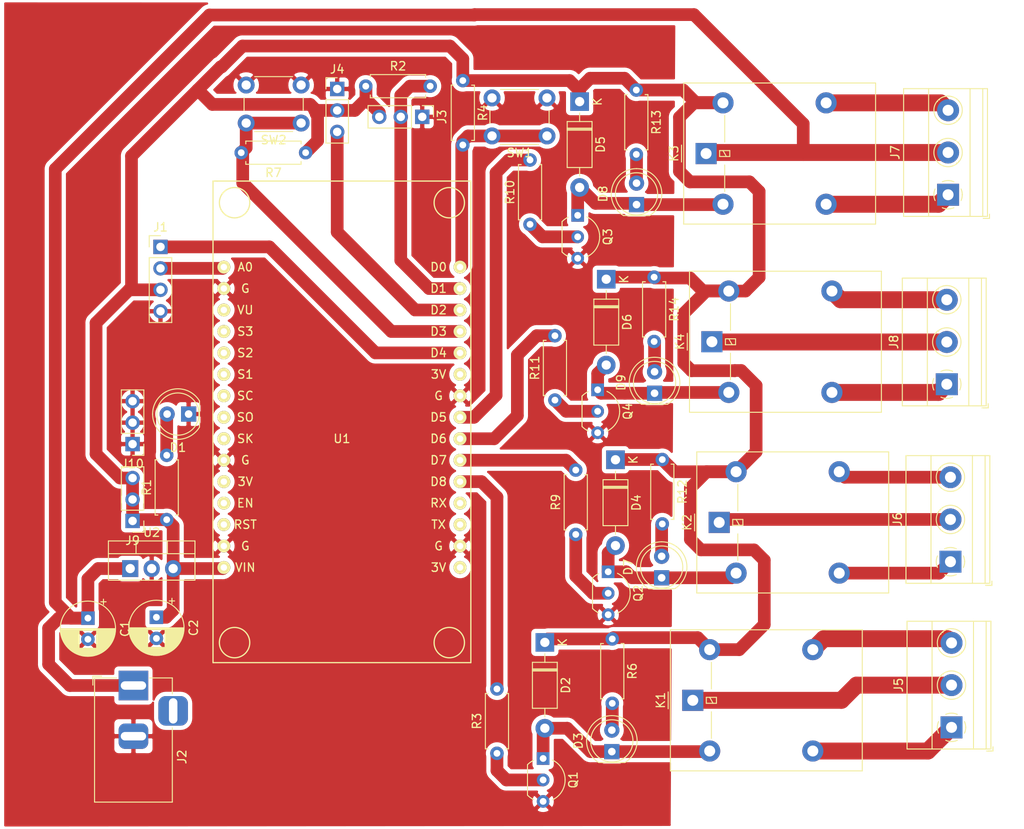
<source format=kicad_pcb>
(kicad_pcb (version 20171130) (host pcbnew "(5.1.12)-1")
  (layers (0 F.Cu signal) (31 B.Cu signal) (34 B.Paste user) (35 F.Paste user) (36 B.SilkS user) (37 F.SilkS user) (38 B.Mask user) (39 F.Mask user) (44 Edge.Cuts user))
  (net 0 "")
  (net 1 "Net-(D2-Pad2)")
  (net 2 VCC)
  (net 3 "Net-(D4-Pad2)")
  (net 4 "Net-(D5-Pad2)")
  (net 5 "Net-(D6-Pad2)")
  (net 6 GND)
  (net 7 m_analog)
  (net 8 M_data)
  (net 9 "Net-(J5-Pad3)")
  (net 10 "Net-(J5-Pad1)")
  (net 11 "Net-(J5-Pad2)")
  (net 12 "Net-(J6-Pad3)")
  (net 13 "Net-(J6-Pad1)")
  (net 14 "Net-(J6-Pad2)")
  (net 15 "Net-(J7-Pad3)")
  (net 16 "Net-(J7-Pad1)")
  (net 17 "Net-(J8-Pad3)")
  (net 18 "Net-(J8-Pad1)")
  (net 19 "Net-(J8-Pad2)")
  (net 20 "Net-(Q1-Pad2)")
  (net 21 "Net-(Q2-Pad2)")
  (net 22 "Net-(Q3-Pad2)")
  (net 23 "Net-(Q4-Pad2)")
  (net 24 S1)
  (net 25 "Net-(J3-Pad2)")
  (net 26 "Net-(J4-Pad3)")
  (net 27 S2)
  (net 28 "Net-(U1-Pad25)")
  (net 29 relay1)
  (net 30 relay2)
  (net 31 relay3)
  (net 32 relay4)
  (net 33 S3)
  (net 34 S4)
  (net 35 "Net-(U1-Pad16)")
  (net 36 "Net-(U1-Pad13)")
  (net 37 "Net-(U1-Pad12)")
  (net 38 +3V3)
  (net 39 "Net-(U1-Pad9)")
  (net 40 "Net-(U1-Pad8)")
  (net 41 "Net-(U1-Pad7)")
  (net 42 "Net-(U1-Pad6)")
  (net 43 "Net-(U1-Pad5)")
  (net 44 "Net-(U1-Pad4)")
  (net 45 "Net-(U1-Pad3)")
  (net 46 "Net-(D1-Pad2)")
  (net 47 "Net-(D3-Pad2)")
  (net 48 "Net-(D7-Pad2)")
  (net 49 "Net-(D8-Pad2)")
  (net 50 "Net-(D9-Pad2)")
  (net 51 +12V)
  (module Relay_THT:Relay_SPDT_Omron-G5LE-1 (layer F.Cu) (at 131.8768 102.8192 90)
    (fp_text reference K1 (at 0 -3.8 90) (layer F.SilkS))
    (fp_text value G5LE-1)
    (pad 5 thru_hole oval (at 6 2 90) (size 2.5 2.5) (drill 1.3) (layers *.Cu *.Mask) (net 2 VCC))
    (pad 4 thru_hole oval (at 6 14.2 90) (size 2.5 2.5) (drill 1.3) (layers *.Cu *.Mask) (net 9 "Net-(J5-Pad3)"))
    (pad 3 thru_hole oval (at -6 14.2 90) (size 2.5 2.5) (drill 1.3) (layers *.Cu *.Mask) (net 10 "Net-(J5-Pad1)"))
    (pad 2 thru_hole oval (at -6 2 90) (size 2.5 2.5) (drill 1.3) (layers *.Cu *.Mask) (net 1 "Net-(D2-Pad2)"))
    (pad 1 thru_hole rect (at 0 0 90) (size 2.5 2.5) (drill 1.3) (layers *.Cu *.Mask) (net 11 "Net-(J5-Pad2)"))
  )
  (module Resistor_THT:R_Axial_DIN0207_L6.3mm_D2.5mm_P7.62mm_Horizontal (layer F.Cu) (at 104.6734 29.464 270)
    (fp_text reference R4 (at 3.81 -2.37 90) (layer F.SilkS))
    (fp_text value R_Small)
    (pad 2 thru_hole oval (at 7.62 0 270) (size 1.6 1.6) (drill 0.8) (layers *.Cu *.Mask) (net 24 S1))
    (pad 1 thru_hole circle (at 0 0 270) (size 1.6 1.6) (drill 0.8) (layers *.Cu *.Mask) (net 2 VCC))
  )
  (module Button_Switch_THT:SW_PUSH_6mm (layer F.Cu) (at 114.6302 36.0172 180)
    (fp_text reference SW1 (at 3.25 -2) (layer F.SilkS))
    (fp_text value SW_Push)
    (pad 1 thru_hole circle (at 6.5 0 270) (size 2 2) (drill 1.1) (layers *.Cu *.Mask) (net 24 S1))
    (pad 2 thru_hole circle (at 6.5 4.5 270) (size 2 2) (drill 1.1) (layers *.Cu *.Mask) (net 6 GND))
    (pad 1 thru_hole circle (at 0 0 270) (size 2 2) (drill 1.1) (layers *.Cu *.Mask) (net 24 S1))
    (pad 2 thru_hole circle (at 0 4.5 270) (size 2 2) (drill 1.1) (layers *.Cu *.Mask) (net 6 GND))
  )
  (module Button_Switch_THT:SW_PUSH_6mm (layer F.Cu) (at 85.5472 34.4932 180)
    (fp_text reference SW2 (at 3.25 -2) (layer F.SilkS))
    (fp_text value SW_Push)
    (pad 1 thru_hole circle (at 6.5 0 270) (size 2 2) (drill 1.1) (layers *.Cu *.Mask) (net 27 S2))
    (pad 2 thru_hole circle (at 6.5 4.5 270) (size 2 2) (drill 1.1) (layers *.Cu *.Mask) (net 6 GND))
    (pad 1 thru_hole circle (at 0 0 270) (size 2 2) (drill 1.1) (layers *.Cu *.Mask) (net 27 S2))
    (pad 2 thru_hole circle (at 0 4.5 270) (size 2 2) (drill 1.1) (layers *.Cu *.Mask) (net 6 GND))
  )
  (module Resistor_THT:R_Axial_DIN0207_L6.3mm_D2.5mm_P7.62mm_Horizontal (layer F.Cu) (at 86.0806 37.9984 180)
    (fp_text reference R7 (at 3.81 -2.37) (layer F.SilkS))
    (fp_text value R_Small)
    (pad 2 thru_hole oval (at 7.62 0 180) (size 1.6 1.6) (drill 0.8) (layers *.Cu *.Mask) (net 27 S2))
    (pad 1 thru_hole circle (at 0 0 180) (size 1.6 1.6) (drill 0.8) (layers *.Cu *.Mask) (net 2 VCC))
  )
  (module ESP8266:NodeMCU-LoLinV3 (layer F.Cu) (at 90.3732 71.8566)
    (fp_text reference U1 (at 0 0) (layer F.SilkS))
    (fp_text value "NodeMCU_1.0_(ESP-12E)")
    (fp_text user D0 (at 11.43 -20.32) (layer F.SilkS))
    (fp_text user D1 (at 11.43 -17.78) (layer F.SilkS))
    (fp_text user D2 (at 11.43 -15.24) (layer F.SilkS))
    (fp_text user D3 (at 11.43 -12.7) (layer F.SilkS))
    (fp_text user D4 (at 11.43 -10.16) (layer F.SilkS))
    (fp_text user 3V (at 11.43 -7.62) (layer F.SilkS))
    (fp_text user G (at 11.43 -5.08) (layer F.SilkS))
    (fp_text user D5 (at 11.43 -2.54) (layer F.SilkS))
    (fp_text user D6 (at 11.43 0) (layer F.SilkS))
    (fp_text user D7 (at 11.43 2.54) (layer F.SilkS))
    (fp_text user D8 (at 11.43 5.08) (layer F.SilkS))
    (fp_text user RX (at 11.43 7.62) (layer F.SilkS))
    (fp_text user TX (at 11.43 10.16) (layer F.SilkS))
    (fp_text user G (at 11.43 12.7) (layer F.SilkS))
    (fp_text user 3V (at 11.43 15.24) (layer F.SilkS))
    (fp_text user A0 (at -11.43 -20.32) (layer F.SilkS))
    (fp_text user G (at -11.43 -17.78) (layer F.SilkS))
    (fp_text user VU (at -11.43 -15.24) (layer F.SilkS))
    (fp_text user S3 (at -11.43 -12.7) (layer F.SilkS))
    (fp_text user S2 (at -11.43 -10.16) (layer F.SilkS))
    (fp_text user S1 (at -11.43 -7.62) (layer F.SilkS))
    (fp_text user SC (at -11.43 -5.08) (layer F.SilkS))
    (fp_text user SO (at -11.43 -2.54) (layer F.SilkS))
    (fp_text user SK (at -11.43 0) (layer F.SilkS))
    (fp_text user G (at -11.43 2.54) (layer F.SilkS))
    (fp_text user 3V (at -11.43 5.08) (layer F.SilkS))
    (fp_text user EN (at -11.43 7.62) (layer F.SilkS))
    (fp_text user RST (at -11.43 10.16) (layer F.SilkS))
    (fp_text user G (at -11.43 12.7) (layer F.SilkS))
    (fp_text user VIN (at -11.43 15.24) (layer F.SilkS))
    (pad 30 thru_hole circle (at 13.97 -20.32) (size 1.524 1.524) (drill 0.762) (layers *.Cu *.Mask F.SilkS) (net 24 S1))
    (pad 29 thru_hole circle (at 13.97 -17.78) (size 1.524 1.524) (drill 0.762) (layers *.Cu *.Mask F.SilkS) (net 25 "Net-(J3-Pad2)"))
    (pad 28 thru_hole circle (at 13.97 -15.24) (size 1.524 1.524) (drill 0.762) (layers *.Cu *.Mask F.SilkS) (net 26 "Net-(J4-Pad3)"))
    (pad 27 thru_hole circle (at 13.97 -12.7) (size 1.524 1.524) (drill 0.762) (layers *.Cu *.Mask F.SilkS) (net 27 S2))
    (pad 26 thru_hole circle (at 13.97 -10.16) (size 1.524 1.524) (drill 0.762) (layers *.Cu *.Mask F.SilkS) (net 8 M_data))
    (pad 25 thru_hole circle (at 13.97 -7.62) (size 1.524 1.524) (drill 0.762) (layers *.Cu *.Mask F.SilkS) (net 28 "Net-(U1-Pad25)"))
    (pad 24 thru_hole circle (at 13.97 -5.08) (size 1.524 1.524) (drill 0.762) (layers *.Cu *.Mask F.SilkS) (net 6 GND))
    (pad 23 thru_hole circle (at 13.97 -2.54) (size 1.524 1.524) (drill 0.762) (layers *.Cu *.Mask F.SilkS) (net 29 relay1))
    (pad 22 thru_hole circle (at 13.97 0) (size 1.524 1.524) (drill 0.762) (layers *.Cu *.Mask F.SilkS) (net 30 relay2))
    (pad 21 thru_hole circle (at 13.97 2.54) (size 1.524 1.524) (drill 0.762) (layers *.Cu *.Mask F.SilkS) (net 31 relay3))
    (pad 20 thru_hole circle (at 13.97 5.08) (size 1.524 1.524) (drill 0.762) (layers *.Cu *.Mask F.SilkS) (net 32 relay4))
    (pad 19 thru_hole circle (at 13.97 7.62) (size 1.524 1.524) (drill 0.762) (layers *.Cu *.Mask F.SilkS) (net 33 S3))
    (pad 18 thru_hole circle (at 13.97 10.16) (size 1.524 1.524) (drill 0.762) (layers *.Cu *.Mask F.SilkS) (net 34 S4))
    (pad 17 thru_hole circle (at 13.97 12.7) (size 1.524 1.524) (drill 0.762) (layers *.Cu *.Mask F.SilkS) (net 6 GND))
    (pad 16 thru_hole circle (at 13.97 15.24) (size 1.524 1.524) (drill 0.762) (layers *.Cu *.Mask F.SilkS) (net 35 "Net-(U1-Pad16)"))
    (pad 15 thru_hole circle (at -13.97 15.24) (size 1.524 1.524) (drill 0.762) (layers *.Cu *.Mask F.SilkS) (net 2 VCC))
    (pad 14 thru_hole circle (at -13.97 12.7) (size 1.524 1.524) (drill 0.762) (layers *.Cu *.Mask F.SilkS) (net 6 GND))
    (pad 13 thru_hole circle (at -13.97 10.16) (size 1.524 1.524) (drill 0.762) (layers *.Cu *.Mask F.SilkS) (net 36 "Net-(U1-Pad13)"))
    (pad 12 thru_hole circle (at -13.97 7.62) (size 1.524 1.524) (drill 0.762) (layers *.Cu *.Mask F.SilkS) (net 37 "Net-(U1-Pad12)"))
    (pad 11 thru_hole circle (at -13.97 5.08) (size 1.524 1.524) (drill 0.762) (layers *.Cu *.Mask F.SilkS) (net 38 +3V3))
    (pad 10 thru_hole circle (at -13.97 2.54) (size 1.524 1.524) (drill 0.762) (layers *.Cu *.Mask F.SilkS) (net 6 GND))
    (pad 9 thru_hole circle (at -13.97 0) (size 1.524 1.524) (drill 0.762) (layers *.Cu *.Mask F.SilkS) (net 39 "Net-(U1-Pad9)"))
    (pad 8 thru_hole circle (at -13.97 -2.54) (size 1.524 1.524) (drill 0.762) (layers *.Cu *.Mask F.SilkS) (net 40 "Net-(U1-Pad8)"))
    (pad 7 thru_hole circle (at -13.97 -5.08) (size 1.524 1.524) (drill 0.762) (layers *.Cu *.Mask F.SilkS) (net 41 "Net-(U1-Pad7)"))
    (pad 6 thru_hole circle (at -13.97 -7.62) (size 1.524 1.524) (drill 0.762) (layers *.Cu *.Mask F.SilkS) (net 42 "Net-(U1-Pad6)"))
    (pad 5 thru_hole circle (at -13.97 -10.16) (size 1.524 1.524) (drill 0.762) (layers *.Cu *.Mask F.SilkS) (net 43 "Net-(U1-Pad5)"))
    (pad 4 thru_hole circle (at -13.97 -12.7) (size 1.524 1.524) (drill 0.762) (layers *.Cu *.Mask F.SilkS) (net 44 "Net-(U1-Pad4)"))
    (pad 3 thru_hole circle (at -13.97 -15.24) (size 1.524 1.524) (drill 0.762) (layers *.Cu *.Mask F.SilkS) (net 45 "Net-(U1-Pad3)"))
    (pad 2 thru_hole circle (at -13.97 -17.78) (size 1.524 1.524) (drill 0.762) (layers *.Cu *.Mask F.SilkS) (net 6 GND))
    (pad 1 thru_hole circle (at -13.97 -20.32) (size 1.524 1.524) (drill 0.762) (layers *.Cu *.Mask F.SilkS) (net 7 m_analog))
  )
  (module Package_TO_SOT_THT:TO-92_Inline_Wide (layer F.Cu) (at 120.6246 66.0654 270)
    (fp_text reference Q4 (at 2.54 -3.56 90) (layer F.SilkS))
    (fp_text value BC547)
    (pad 1 thru_hole rect (at 0 0 270) (size 1.5 1.5) (drill 0.8) (layers *.Cu *.Mask) (net 5 "Net-(D6-Pad2)"))
    (pad 3 thru_hole circle (at 5.08 0 270) (size 1.5 1.5) (drill 0.8) (layers *.Cu *.Mask) (net 6 GND))
    (pad 2 thru_hole circle (at 2.54 0 270) (size 1.5 1.5) (drill 0.8) (layers *.Cu *.Mask) (net 23 "Net-(Q4-Pad2)"))
  )
  (module Package_TO_SOT_THT:TO-92_Inline_Wide (layer F.Cu) (at 118.2624 45.4152 270)
    (fp_text reference Q3 (at 2.54 -3.56 90) (layer F.SilkS))
    (fp_text value BC547)
    (pad 1 thru_hole rect (at 0 0 270) (size 1.5 1.5) (drill 0.8) (layers *.Cu *.Mask) (net 4 "Net-(D5-Pad2)"))
    (pad 3 thru_hole circle (at 5.08 0 270) (size 1.5 1.5) (drill 0.8) (layers *.Cu *.Mask) (net 6 GND))
    (pad 2 thru_hole circle (at 2.54 0 270) (size 1.5 1.5) (drill 0.8) (layers *.Cu *.Mask) (net 22 "Net-(Q3-Pad2)"))
  )
  (module Package_TO_SOT_THT:TO-92_Inline_Wide (layer F.Cu) (at 121.8692 87.6046 270)
    (fp_text reference Q2 (at 2.54 -3.56 90) (layer F.SilkS))
    (fp_text value BC547)
    (pad 1 thru_hole rect (at 0 0 270) (size 1.5 1.5) (drill 0.8) (layers *.Cu *.Mask) (net 3 "Net-(D4-Pad2)"))
    (pad 3 thru_hole circle (at 5.08 0 270) (size 1.5 1.5) (drill 0.8) (layers *.Cu *.Mask) (net 6 GND))
    (pad 2 thru_hole circle (at 2.54 0 270) (size 1.5 1.5) (drill 0.8) (layers *.Cu *.Mask) (net 21 "Net-(Q2-Pad2)"))
  )
  (module Package_TO_SOT_THT:TO-92_Inline_Wide (layer F.Cu) (at 114.173 109.7026 270)
    (fp_text reference Q1 (at 2.54 -3.56 90) (layer F.SilkS))
    (fp_text value BC547)
    (pad 1 thru_hole rect (at 0 0 270) (size 1.5 1.5) (drill 0.8) (layers *.Cu *.Mask) (net 1 "Net-(D2-Pad2)"))
    (pad 3 thru_hole circle (at 5.08 0 270) (size 1.5 1.5) (drill 0.8) (layers *.Cu *.Mask) (net 6 GND))
    (pad 2 thru_hole circle (at 2.54 0 270) (size 1.5 1.5) (drill 0.8) (layers *.Cu *.Mask) (net 20 "Net-(Q1-Pad2)"))
  )
  (module Package_TO_SOT_THT:TO-220-3_Vertical (layer F.Cu) (at 65.3288 87.2236)
    (fp_text reference U2 (at 2.54 -4.27) (layer F.SilkS))
    (fp_text value L7805)
    (pad 3 thru_hole oval (at 5.08 0) (size 1.905 2) (drill 1.1) (layers *.Cu *.Mask) (net 2 VCC))
    (pad 2 thru_hole oval (at 2.54 0) (size 1.905 2) (drill 1.1) (layers *.Cu *.Mask) (net 6 GND))
    (pad 1 thru_hole rect (at 0 0) (size 1.905 2) (drill 1.1) (layers *.Cu *.Mask) (net 51 +12V))
  )
  (module Resistor_THT:R_Axial_DIN0207_L6.3mm_D2.5mm_P7.62mm_Horizontal (layer F.Cu) (at 127.3048 52.7304 270)
    (fp_text reference R14 (at 3.81 -2.37 90) (layer F.SilkS))
    (fp_text value R_Small)
    (pad 2 thru_hole oval (at 7.62 0 270) (size 1.6 1.6) (drill 0.8) (layers *.Cu *.Mask) (net 50 "Net-(D9-Pad2)"))
    (pad 1 thru_hole circle (at 0 0 270) (size 1.6 1.6) (drill 0.8) (layers *.Cu *.Mask) (net 2 VCC))
  )
  (module Resistor_THT:R_Axial_DIN0207_L6.3mm_D2.5mm_P7.62mm_Horizontal (layer F.Cu) (at 125.1966 30.5816 270)
    (fp_text reference R13 (at 3.81 -2.37 90) (layer F.SilkS))
    (fp_text value R_Small)
    (pad 2 thru_hole oval (at 7.62 0 270) (size 1.6 1.6) (drill 0.8) (layers *.Cu *.Mask) (net 49 "Net-(D8-Pad2)"))
    (pad 1 thru_hole circle (at 0 0 270) (size 1.6 1.6) (drill 0.8) (layers *.Cu *.Mask) (net 2 VCC))
  )
  (module Resistor_THT:R_Axial_DIN0207_L6.3mm_D2.5mm_P7.62mm_Horizontal (layer F.Cu) (at 128.27 74.3204 270)
    (fp_text reference R12 (at 3.81 -2.37 90) (layer F.SilkS))
    (fp_text value R_Small)
    (pad 2 thru_hole oval (at 7.62 0 270) (size 1.6 1.6) (drill 0.8) (layers *.Cu *.Mask) (net 48 "Net-(D7-Pad2)"))
    (pad 1 thru_hole circle (at 0 0 270) (size 1.6 1.6) (drill 0.8) (layers *.Cu *.Mask) (net 2 VCC))
  )
  (module Resistor_THT:R_Axial_DIN0207_L6.3mm_D2.5mm_P7.62mm_Horizontal (layer F.Cu) (at 115.57 67.2846 90)
    (fp_text reference R11 (at 3.81 -2.37 90) (layer F.SilkS))
    (fp_text value R_Small)
    (pad 2 thru_hole oval (at 7.62 0 90) (size 1.6 1.6) (drill 0.8) (layers *.Cu *.Mask) (net 30 relay2))
    (pad 1 thru_hole circle (at 0 0 90) (size 1.6 1.6) (drill 0.8) (layers *.Cu *.Mask) (net 23 "Net-(Q4-Pad2)"))
  )
  (module Resistor_THT:R_Axial_DIN0207_L6.3mm_D2.5mm_P7.62mm_Horizontal (layer F.Cu) (at 112.6236 46.482 90)
    (fp_text reference R10 (at 3.81 -2.37 90) (layer F.SilkS))
    (fp_text value R_Small)
    (pad 2 thru_hole oval (at 7.62 0 90) (size 1.6 1.6) (drill 0.8) (layers *.Cu *.Mask) (net 29 relay1))
    (pad 1 thru_hole circle (at 0 0 90) (size 1.6 1.6) (drill 0.8) (layers *.Cu *.Mask) (net 22 "Net-(Q3-Pad2)"))
  )
  (module Resistor_THT:R_Axial_DIN0207_L6.3mm_D2.5mm_P7.62mm_Horizontal (layer F.Cu) (at 118.0338 83.185 90)
    (fp_text reference R9 (at 3.81 -2.37 90) (layer F.SilkS))
    (fp_text value R_Small)
    (pad 2 thru_hole oval (at 7.62 0 90) (size 1.6 1.6) (drill 0.8) (layers *.Cu *.Mask) (net 31 relay3))
    (pad 1 thru_hole circle (at 0 0 90) (size 1.6 1.6) (drill 0.8) (layers *.Cu *.Mask) (net 21 "Net-(Q2-Pad2)"))
  )
  (module Resistor_THT:R_Axial_DIN0207_L6.3mm_D2.5mm_P7.62mm_Horizontal (layer F.Cu) (at 122.3518 95.5548 270)
    (fp_text reference R6 (at 3.81 -2.37 90) (layer F.SilkS))
    (fp_text value R_Small)
    (pad 2 thru_hole oval (at 7.62 0 270) (size 1.6 1.6) (drill 0.8) (layers *.Cu *.Mask) (net 47 "Net-(D3-Pad2)"))
    (pad 1 thru_hole circle (at 0 0 270) (size 1.6 1.6) (drill 0.8) (layers *.Cu *.Mask) (net 2 VCC))
  )
  (module Resistor_THT:R_Axial_DIN0207_L6.3mm_D2.5mm_P7.62mm_Horizontal (layer F.Cu) (at 108.712 109.093 90)
    (fp_text reference R3 (at 3.81 -2.37 90) (layer F.SilkS))
    (fp_text value R_Small)
    (pad 2 thru_hole oval (at 7.62 0 90) (size 1.6 1.6) (drill 0.8) (layers *.Cu *.Mask) (net 32 relay4))
    (pad 1 thru_hole circle (at 0 0 90) (size 1.6 1.6) (drill 0.8) (layers *.Cu *.Mask) (net 20 "Net-(Q1-Pad2)"))
  )
  (module Resistor_THT:R_Axial_DIN0207_L6.3mm_D2.5mm_P7.62mm_Horizontal (layer F.Cu) (at 93.1926 30.1244)
    (fp_text reference R2 (at 3.81 -2.37) (layer F.SilkS))
    (fp_text value R_Small)
    (pad 2 thru_hole oval (at 7.62 0) (size 1.6 1.6) (drill 0.8) (layers *.Cu *.Mask) (net 25 "Net-(J3-Pad2)"))
    (pad 1 thru_hole circle (at 0 0) (size 1.6 1.6) (drill 0.8) (layers *.Cu *.Mask) (net 2 VCC))
  )
  (module Resistor_THT:R_Axial_DIN0207_L6.3mm_D2.5mm_P7.62mm_Horizontal (layer F.Cu) (at 69.6468 81.4324 90)
    (fp_text reference R1 (at 3.81 -2.37 90) (layer F.SilkS))
    (fp_text value R_Small)
    (pad 2 thru_hole oval (at 7.62 0 90) (size 1.6 1.6) (drill 0.8) (layers *.Cu *.Mask) (net 46 "Net-(D1-Pad2)"))
    (pad 1 thru_hole circle (at 0 0 90) (size 1.6 1.6) (drill 0.8) (layers *.Cu *.Mask) (net 2 VCC))
  )
  (module Connector_PinHeader_2.54mm:PinHeader_1x03_P2.54mm_Vertical (layer F.Cu) (at 65.6082 72.4916 180)
    (fp_text reference J10 (at 0 -2.33) (layer F.SilkS))
    (fp_text value GROUND_CONN)
    (pad 3 thru_hole oval (at 0 5.08 180) (size 1.7 1.7) (drill 1) (layers *.Cu *.Mask) (net 6 GND))
    (pad 2 thru_hole oval (at 0 2.54 180) (size 1.7 1.7) (drill 1) (layers *.Cu *.Mask) (net 6 GND))
    (pad 1 thru_hole rect (at 0 0 180) (size 1.7 1.7) (drill 1) (layers *.Cu *.Mask) (net 6 GND))
  )
  (module Connector_PinHeader_2.54mm:PinHeader_1x03_P2.54mm_Vertical (layer F.Cu) (at 65.6082 81.5848 180)
    (fp_text reference J9 (at 0 -2.33) (layer F.SilkS))
    (fp_text value power_supply)
    (pad 3 thru_hole oval (at 0 5.08 180) (size 1.7 1.7) (drill 1) (layers *.Cu *.Mask) (net 2 VCC))
    (pad 2 thru_hole oval (at 0 2.54 180) (size 1.7 1.7) (drill 1) (layers *.Cu *.Mask) (net 2 VCC))
    (pad 1 thru_hole rect (at 0 0 180) (size 1.7 1.7) (drill 1) (layers *.Cu *.Mask) (net 2 VCC))
  )
  (module TerminalBlock_Phoenix:TerminalBlock_Phoenix_MKDS-1,5-3_1x03_P5.00mm_Horizontal (layer F.Cu) (at 161.925 65.405 90)
    (fp_text reference J8 (at 5 -6.26 90) (layer F.SilkS))
    (fp_text value Relay2_conn)
    (pad 3 thru_hole circle (at 10 0 90) (size 2.6 2.6) (drill 1.3) (layers *.Cu *.Mask) (net 17 "Net-(J8-Pad3)"))
    (pad 2 thru_hole circle (at 5 0 90) (size 2.6 2.6) (drill 1.3) (layers *.Cu *.Mask) (net 19 "Net-(J8-Pad2)"))
    (pad 1 thru_hole rect (at 0 0 90) (size 2.6 2.6) (drill 1.3) (layers *.Cu *.Mask) (net 18 "Net-(J8-Pad1)"))
  )
  (module TerminalBlock_Phoenix:TerminalBlock_Phoenix_MKDS-1,5-3_1x03_P5.00mm_Horizontal (layer F.Cu) (at 162.0774 42.9768 90)
    (fp_text reference J7 (at 5 -6.26 90) (layer F.SilkS))
    (fp_text value Mositure_conn)
    (pad 3 thru_hole circle (at 10 0 90) (size 2.6 2.6) (drill 1.3) (layers *.Cu *.Mask) (net 15 "Net-(J7-Pad3)"))
    (pad 2 thru_hole circle (at 5 0 90) (size 2.6 2.6) (drill 1.3) (layers *.Cu *.Mask) (net 51 +12V))
    (pad 1 thru_hole rect (at 0 0 90) (size 2.6 2.6) (drill 1.3) (layers *.Cu *.Mask) (net 16 "Net-(J7-Pad1)"))
  )
  (module TerminalBlock_Phoenix:TerminalBlock_Phoenix_MKDS-1,5-3_1x03_P5.00mm_Horizontal (layer F.Cu) (at 162.3568 86.4108 90)
    (fp_text reference J6 (at 5 -6.26 90) (layer F.SilkS))
    (fp_text value Relay3_conn)
    (pad 3 thru_hole circle (at 10 0 90) (size 2.6 2.6) (drill 1.3) (layers *.Cu *.Mask) (net 12 "Net-(J6-Pad3)"))
    (pad 2 thru_hole circle (at 5 0 90) (size 2.6 2.6) (drill 1.3) (layers *.Cu *.Mask) (net 14 "Net-(J6-Pad2)"))
    (pad 1 thru_hole rect (at 0 0 90) (size 2.6 2.6) (drill 1.3) (layers *.Cu *.Mask) (net 13 "Net-(J6-Pad1)"))
  )
  (module TerminalBlock_Phoenix:TerminalBlock_Phoenix_MKDS-1,5-3_1x03_P5.00mm_Horizontal (layer F.Cu) (at 162.4838 106.0196 90)
    (fp_text reference J5 (at 5 -6.26 90) (layer F.SilkS))
    (fp_text value Relay2_conn)
    (pad 3 thru_hole circle (at 10 0 90) (size 2.6 2.6) (drill 1.3) (layers *.Cu *.Mask) (net 9 "Net-(J5-Pad3)"))
    (pad 2 thru_hole circle (at 5 0 90) (size 2.6 2.6) (drill 1.3) (layers *.Cu *.Mask) (net 11 "Net-(J5-Pad2)"))
    (pad 1 thru_hole rect (at 0 0 90) (size 2.6 2.6) (drill 1.3) (layers *.Cu *.Mask) (net 10 "Net-(J5-Pad1)"))
  )
  (module Connector_PinHeader_2.54mm:PinHeader_1x03_P2.54mm_Vertical (layer F.Cu) (at 89.8144 30.4546)
    (fp_text reference J4 (at 0 -2.33) (layer F.SilkS))
    (fp_text value ldr)
    (pad 3 thru_hole oval (at 0 5.08) (size 1.7 1.7) (drill 1) (layers *.Cu *.Mask) (net 26 "Net-(J4-Pad3)"))
    (pad 2 thru_hole oval (at 0 2.54) (size 1.7 1.7) (drill 1) (layers *.Cu *.Mask) (net 2 VCC))
    (pad 1 thru_hole rect (at 0 0) (size 1.7 1.7) (drill 1) (layers *.Cu *.Mask) (net 6 GND))
  )
  (module Connector_PinHeader_2.54mm:PinHeader_1x03_P2.54mm_Vertical (layer F.Cu) (at 99.8728 33.7566 270)
    (fp_text reference J3 (at 0 -2.33 90) (layer F.SilkS))
    (fp_text value TEMP_SENSOR)
    (pad 3 thru_hole oval (at 0 5.08 270) (size 1.7 1.7) (drill 1) (layers *.Cu *.Mask) (net 2 VCC))
    (pad 2 thru_hole oval (at 0 2.54 270) (size 1.7 1.7) (drill 1) (layers *.Cu *.Mask) (net 25 "Net-(J3-Pad2)"))
    (pad 1 thru_hole rect (at 0 0 270) (size 1.7 1.7) (drill 1) (layers *.Cu *.Mask) (net 6 GND))
  )
  (module Connector_BarrelJack:BarrelJack_Horizontal (layer F.Cu) (at 65.7098 101.0666 90)
    (fp_text reference J2 (at -8.45 5.75 90) (layer F.SilkS))
    (fp_text value Barrel_Jack)
    (pad 1 thru_hole rect (at 0 0 90) (size 3.5 3.5) (drill oval 1 3) (layers *.Cu *.Mask) (net 51 +12V))
    (pad 2 thru_hole roundrect (at -6 0 90) (size 3 3.5) (drill oval 1 3) (layers *.Cu *.Mask) (net 6 GND))
    (pad 3 thru_hole roundrect (at -3 4.7 90) (size 3.5 3.5) (drill oval 3 1) (layers *.Cu *.Mask))
  )
  (module LED_THT:LED_D5.0mm (layer F.Cu) (at 127.3556 66.4718 90)
    (fp_text reference D9 (at 1.27 -3.96 90) (layer F.SilkS))
    (fp_text value LED)
    (pad 2 thru_hole circle (at 2.54 0 90) (size 1.8 1.8) (drill 0.9) (layers *.Cu *.Mask) (net 50 "Net-(D9-Pad2)"))
    (pad 1 thru_hole rect (at 0 0 90) (size 1.8 1.8) (drill 0.9) (layers *.Cu *.Mask) (net 5 "Net-(D6-Pad2)"))
  )
  (module LED_THT:LED_D5.0mm (layer F.Cu) (at 125.222 44.1452 90)
    (fp_text reference D8 (at 1.27 -3.96 90) (layer F.SilkS))
    (fp_text value LED)
    (pad 2 thru_hole circle (at 2.54 0 90) (size 1.8 1.8) (drill 0.9) (layers *.Cu *.Mask) (net 49 "Net-(D8-Pad2)"))
    (pad 1 thru_hole rect (at 0 0 90) (size 1.8 1.8) (drill 0.9) (layers *.Cu *.Mask) (net 4 "Net-(D5-Pad2)"))
  )
  (module LED_THT:LED_D5.0mm (layer F.Cu) (at 128.1938 88.3158 90)
    (fp_text reference D7 (at 1.27 -3.96 90) (layer F.SilkS))
    (fp_text value LED)
    (pad 2 thru_hole circle (at 2.54 0 90) (size 1.8 1.8) (drill 0.9) (layers *.Cu *.Mask) (net 48 "Net-(D7-Pad2)"))
    (pad 1 thru_hole rect (at 0 0 90) (size 1.8 1.8) (drill 0.9) (layers *.Cu *.Mask) (net 3 "Net-(D4-Pad2)"))
  )
  (module LED_THT:LED_D5.0mm (layer F.Cu) (at 122.301 108.8898 90)
    (fp_text reference D3 (at 1.27 -3.96 90) (layer F.SilkS))
    (fp_text value LED)
    (pad 2 thru_hole circle (at 2.54 0 90) (size 1.8 1.8) (drill 0.9) (layers *.Cu *.Mask) (net 47 "Net-(D3-Pad2)"))
    (pad 1 thru_hole rect (at 0 0 90) (size 1.8 1.8) (drill 0.9) (layers *.Cu *.Mask) (net 1 "Net-(D2-Pad2)"))
  )
  (module LED_THT:LED_D5.0mm (layer F.Cu) (at 72.2376 68.9356 180)
    (fp_text reference D1 (at 1.27 -3.96) (layer F.SilkS))
    (fp_text value LED)
    (pad 2 thru_hole circle (at 2.54 0 180) (size 1.8 1.8) (drill 0.9) (layers *.Cu *.Mask) (net 46 "Net-(D1-Pad2)"))
    (pad 1 thru_hole rect (at 0 0 180) (size 1.8 1.8) (drill 0.9) (layers *.Cu *.Mask) (net 6 GND))
  )
  (module Capacitor_THT:CP_Radial_D6.3mm_P2.50mm (layer F.Cu) (at 68.4276 92.9894 270)
    (fp_text reference C2 (at 1.25 -4.4 90) (layer F.SilkS))
    (fp_text value C_Small)
    (pad 2 thru_hole circle (at 2.5 0 270) (size 1.6 1.6) (drill 0.8) (layers *.Cu *.Mask) (net 6 GND))
    (pad 1 thru_hole rect (at 0 0 270) (size 1.6 1.6) (drill 0.8) (layers *.Cu *.Mask) (net 2 VCC))
  )
  (module Capacitor_THT:CP_Radial_D6.3mm_P2.50mm (layer F.Cu) (at 60.325 93.091 270)
    (fp_text reference C1 (at 1.25 -4.4 90) (layer F.SilkS))
    (fp_text value C_Small)
    (pad 2 thru_hole circle (at 2.5 0 270) (size 1.6 1.6) (drill 0.8) (layers *.Cu *.Mask) (net 6 GND))
    (pad 1 thru_hole rect (at 0 0 270) (size 1.6 1.6) (drill 0.8) (layers *.Cu *.Mask) (net 51 +12V))
  )
  (module Relay_THT:Relay_SPDT_Omron-G5LE-1 (layer F.Cu) (at 134.1374 60.3758 90)
    (fp_text reference K4 (at 0 -3.8 90) (layer F.SilkS))
    (fp_text value G5LE-1)
    (pad 5 thru_hole oval (at 6 2 90) (size 2.5 2.5) (drill 1.3) (layers *.Cu *.Mask) (net 2 VCC))
    (pad 4 thru_hole oval (at 6 14.2 90) (size 2.5 2.5) (drill 1.3) (layers *.Cu *.Mask) (net 17 "Net-(J8-Pad3)"))
    (pad 3 thru_hole oval (at -6 14.2 90) (size 2.5 2.5) (drill 1.3) (layers *.Cu *.Mask) (net 18 "Net-(J8-Pad1)"))
    (pad 2 thru_hole oval (at -6 2 90) (size 2.5 2.5) (drill 1.3) (layers *.Cu *.Mask) (net 5 "Net-(D6-Pad2)"))
    (pad 1 thru_hole rect (at 0 0 90) (size 2.5 2.5) (drill 1.3) (layers *.Cu *.Mask) (net 19 "Net-(J8-Pad2)"))
  )
  (module Relay_THT:Relay_SPDT_Omron-G5LE-1 (layer F.Cu) (at 133.4516 38.1 90)
    (fp_text reference K3 (at 0 -3.8 90) (layer F.SilkS))
    (fp_text value G5LE-1)
    (pad 5 thru_hole oval (at 6 2 90) (size 2.5 2.5) (drill 1.3) (layers *.Cu *.Mask) (net 2 VCC))
    (pad 4 thru_hole oval (at 6 14.2 90) (size 2.5 2.5) (drill 1.3) (layers *.Cu *.Mask) (net 15 "Net-(J7-Pad3)"))
    (pad 3 thru_hole oval (at -6 14.2 90) (size 2.5 2.5) (drill 1.3) (layers *.Cu *.Mask) (net 16 "Net-(J7-Pad1)"))
    (pad 2 thru_hole oval (at -6 2 90) (size 2.5 2.5) (drill 1.3) (layers *.Cu *.Mask) (net 4 "Net-(D5-Pad2)"))
    (pad 1 thru_hole rect (at 0 0 90) (size 2.5 2.5) (drill 1.3) (layers *.Cu *.Mask) (net 51 +12V))
  )
  (module Relay_THT:Relay_SPDT_Omron-G5LE-1 (layer F.Cu) (at 135.001 81.7626 90)
    (fp_text reference K2 (at 0 -3.8 90) (layer F.SilkS))
    (fp_text value G5LE-1)
    (pad 5 thru_hole oval (at 6 2 90) (size 2.5 2.5) (drill 1.3) (layers *.Cu *.Mask) (net 2 VCC))
    (pad 4 thru_hole oval (at 6 14.2 90) (size 2.5 2.5) (drill 1.3) (layers *.Cu *.Mask) (net 12 "Net-(J6-Pad3)"))
    (pad 3 thru_hole oval (at -6 14.2 90) (size 2.5 2.5) (drill 1.3) (layers *.Cu *.Mask) (net 13 "Net-(J6-Pad1)"))
    (pad 2 thru_hole oval (at -6 2 90) (size 2.5 2.5) (drill 1.3) (layers *.Cu *.Mask) (net 3 "Net-(D4-Pad2)"))
    (pad 1 thru_hole rect (at 0 0 90) (size 2.5 2.5) (drill 1.3) (layers *.Cu *.Mask) (net 14 "Net-(J6-Pad2)"))
  )
  (module Connector_PinHeader_2.54mm:PinHeader_1x04_P2.54mm_Vertical (layer F.Cu) (at 68.9102 49.149)
    (fp_text reference J1 (at 0 -2.33) (layer F.SilkS))
    (fp_text value Mositure_Sensor)
    (pad 4 thru_hole oval (at 0 7.62) (size 1.7 1.7) (drill 1) (layers *.Cu *.Mask) (net 6 GND))
    (pad 3 thru_hole oval (at 0 5.08) (size 1.7 1.7) (drill 1) (layers *.Cu *.Mask) (net 2 VCC))
    (pad 2 thru_hole oval (at 0 2.54) (size 1.7 1.7) (drill 1) (layers *.Cu *.Mask) (net 7 m_analog))
    (pad 1 thru_hole rect (at 0 0) (size 1.7 1.7) (drill 1) (layers *.Cu *.Mask) (net 8 M_data))
  )
  (module Diode_THT:D_DO-41_SOD81_P10.16mm_Horizontal (layer F.Cu) (at 121.6406 52.9717 270)
    (fp_text reference D6 (at 5.08 -2.47 90) (layer F.SilkS))
    (fp_text value 1N4007)
    (fp_text user K (at 0 -2.1 90) (layer F.SilkS))
    (pad 1 thru_hole rect (at 0 0 270) (size 2.2 2.2) (drill 1.1) (layers *.Cu *.Mask) (net 2 VCC))
    (pad 2 thru_hole oval (at 10.16 0 270) (size 2.2 2.2) (drill 1.1) (layers *.Cu *.Mask) (net 5 "Net-(D6-Pad2)"))
  )
  (module Diode_THT:D_DO-41_SOD81_P10.16mm_Horizontal (layer F.Cu) (at 118.491 31.9532 270)
    (fp_text reference D5 (at 5.08 -2.47 90) (layer F.SilkS))
    (fp_text value 1N4007)
    (fp_text user K (at 0 -2.1 90) (layer F.SilkS))
    (pad 2 thru_hole oval (at 10.16 0 270) (size 2.2 2.2) (drill 1.1) (layers *.Cu *.Mask) (net 4 "Net-(D5-Pad2)"))
    (pad 1 thru_hole rect (at 0 0 270) (size 2.2 2.2) (drill 1.1) (layers *.Cu *.Mask) (net 2 VCC))
  )
  (module Diode_THT:D_DO-41_SOD81_P10.16mm_Horizontal (layer F.Cu) (at 122.7328 74.3458 270)
    (fp_text reference D4 (at 5.08 -2.47 90) (layer F.SilkS))
    (fp_text value 1N4007)
    (fp_text user K (at 0 -2.1 90) (layer F.SilkS))
    (pad 2 thru_hole oval (at 10.16 0 270) (size 2.2 2.2) (drill 1.1) (layers *.Cu *.Mask) (net 3 "Net-(D4-Pad2)"))
    (pad 1 thru_hole rect (at 0 0 270) (size 2.2 2.2) (drill 1.1) (layers *.Cu *.Mask) (net 2 VCC))
  )
  (module Diode_THT:D_DO-41_SOD81_P10.16mm_Horizontal (layer F.Cu) (at 114.3762 95.9612 270)
    (fp_text reference D2 (at 5.08 -2.47 90) (layer F.SilkS))
    (fp_text value 1N4007)
    (fp_text user K (at 0 -2.1 90) (layer F.SilkS))
    (pad 2 thru_hole oval (at 10.16 0 270) (size 2.2 2.2) (drill 1.1) (layers *.Cu *.Mask) (net 1 "Net-(D2-Pad2)"))
    (pad 1 thru_hole rect (at 0 0 270) (size 2.2 2.2) (drill 1.1) (layers *.Cu *.Mask) (net 2 VCC))
  )
  (segment (start 114.173 106.3244) (end 114.3762 106.1212) (width 1.5) (layer F.Cu) (net 1))
  (segment (start 114.173 109.7026) (end 114.173 106.3244) (width 1.5) (layer F.Cu) (net 1))
  (segment (start 117.0178 106.1212) (end 114.3762 106.1212) (width 1.5) (layer F.Cu) (net 1))
  (segment (start 119.7864 108.8898) (end 117.0178 106.1212) (width 1.5) (layer F.Cu) (net 1))
  (segment (start 122.301 108.8898) (end 119.7864 108.8898) (width 1.5) (layer F.Cu) (net 1))
  (segment (start 133.8062 108.8898) (end 133.8768 108.8192) (width 1.5) (layer F.Cu) (net 1))
  (segment (start 122.301 108.8898) (end 133.8062 108.8898) (width 1.5) (layer F.Cu) (net 1))
  (segment (start 133.8768 96.8192) (end 132.46 95.4024) (width 1.5) (layer F.Cu) (net 2))
  (segment (start 122.5042 95.4024) (end 122.3518 95.5548) (width 1.5) (layer F.Cu) (net 2))
  (segment (start 132.46 95.4024) (end 122.5042 95.4024) (width 1.5) (layer F.Cu) (net 2))
  (segment (start 114.7826 95.5548) (end 114.3762 95.9612) (width 1.5) (layer F.Cu) (net 2))
  (segment (start 122.3518 95.5548) (end 114.7826 95.5548) (width 1.5) (layer F.Cu) (net 2))
  (segment (start 127.4064 52.832) (end 127.3048 52.7304) (width 1.5) (layer F.Cu) (net 2))
  (segment (start 133.0706 54.356) (end 131.5466 52.832) (width 1.5) (layer F.Cu) (net 2))
  (segment (start 136.1176 54.356) (end 133.0706 54.356) (width 1.5) (layer F.Cu) (net 2))
  (segment (start 131.5466 52.832) (end 127.4064 52.832) (width 1.5) (layer F.Cu) (net 2))
  (segment (start 136.1374 54.3758) (end 136.1176 54.356) (width 1.5) (layer F.Cu) (net 2))
  (segment (start 136.1374 54.3758) (end 133.4572 54.3758) (width 1.5) (layer F.Cu) (net 2))
  (segment (start 133.4572 54.3758) (end 130.81 57.023) (width 1.5) (layer F.Cu) (net 2))
  (segment (start 130.81 57.023) (end 130.81 62.8904) (width 1.5) (layer F.Cu) (net 2))
  (segment (start 130.81 62.8904) (end 131.7244 63.8048) (width 1.5) (layer F.Cu) (net 2))
  (segment (start 136.822402 63.8048) (end 136.847802 63.7794) (width 1.5) (layer F.Cu) (net 2))
  (segment (start 131.7244 63.8048) (end 136.822402 63.8048) (width 1.5) (layer F.Cu) (net 2))
  (segment (start 136.847802 63.7794) (end 137.5918 63.7794) (width 1.5) (layer F.Cu) (net 2))
  (segment (start 137.5918 63.7794) (end 139.3698 65.5574) (width 1.5) (layer F.Cu) (net 2))
  (segment (start 139.3698 73.3938) (end 137.001 75.7626) (width 1.5) (layer F.Cu) (net 2))
  (segment (start 139.3698 65.5574) (end 139.3698 73.3938) (width 1.5) (layer F.Cu) (net 2))
  (segment (start 122.7582 74.3204) (end 122.7328 74.3458) (width 1.5) (layer F.Cu) (net 2))
  (segment (start 128.27 74.3204) (end 122.7582 74.3204) (width 1.5) (layer F.Cu) (net 2))
  (segment (start 140.335 86.233) (end 140.335 93.853) (width 1.5) (layer F.Cu) (net 2))
  (segment (start 132.842 85.0138) (end 139.1158 85.0138) (width 1.5) (layer F.Cu) (net 2))
  (segment (start 137.3688 96.8192) (end 133.8768 96.8192) (width 1.5) (layer F.Cu) (net 2))
  (segment (start 131.5974 83.7692) (end 132.842 85.0138) (width 1.5) (layer F.Cu) (net 2))
  (segment (start 140.335 93.853) (end 137.3688 96.8192) (width 1.5) (layer F.Cu) (net 2))
  (segment (start 131.5974 77.6732) (end 131.5974 83.7692) (width 1.5) (layer F.Cu) (net 2))
  (segment (start 139.1158 85.0138) (end 140.335 86.233) (width 1.5) (layer F.Cu) (net 2))
  (segment (start 133.508 75.7626) (end 131.5974 77.6732) (width 1.5) (layer F.Cu) (net 2))
  (segment (start 137.001 75.7626) (end 133.508 75.7626) (width 1.5) (layer F.Cu) (net 2))
  (segment (start 128.9177 74.9681) (end 128.27 74.3204) (width 1.5) (layer F.Cu) (net 2))
  (segment (start 129.7122 75.7626) (end 128.9177 74.9681) (width 1.5) (layer F.Cu) (net 2))
  (segment (start 137.001 75.7626) (end 129.7122 75.7626) (width 1.5) (layer F.Cu) (net 2))
  (segment (start 123.7996 29.1846) (end 125.1966 30.5816) (width 1.5) (layer F.Cu) (net 2))
  (segment (start 119.7356 29.1846) (end 123.7996 29.1846) (width 1.5) (layer F.Cu) (net 2))
  (segment (start 118.491 30.4292) (end 119.7356 29.1846) (width 1.5) (layer F.Cu) (net 2))
  (segment (start 118.491 31.9532) (end 118.491 30.4292) (width 1.5) (layer F.Cu) (net 2))
  (segment (start 135.4064 32.0548) (end 135.4516 32.1) (width 1.5) (layer F.Cu) (net 2))
  (segment (start 132.207 32.0548) (end 135.4064 32.0548) (width 1.5) (layer F.Cu) (net 2))
  (segment (start 130.7338 30.5816) (end 132.207 32.0548) (width 1.5) (layer F.Cu) (net 2))
  (segment (start 125.1966 30.5816) (end 130.7338 30.5816) (width 1.5) (layer F.Cu) (net 2))
  (segment (start 138.1054 54.3758) (end 136.1374 54.3758) (width 1.5) (layer F.Cu) (net 2))
  (segment (start 139.7254 52.7558) (end 138.1054 54.3758) (width 1.5) (layer F.Cu) (net 2))
  (segment (start 139.7254 42.5958) (end 139.7254 52.7558) (width 1.5) (layer F.Cu) (net 2))
  (segment (start 138.5824 41.4528) (end 139.7254 42.5958) (width 1.5) (layer F.Cu) (net 2))
  (segment (start 131.5466 41.4528) (end 138.5824 41.4528) (width 1.5) (layer F.Cu) (net 2))
  (segment (start 130.302 40.2082) (end 131.5466 41.4528) (width 1.5) (layer F.Cu) (net 2))
  (segment (start 130.302 33.8074) (end 130.302 40.2082) (width 1.5) (layer F.Cu) (net 2))
  (segment (start 132.0094 32.1) (end 130.302 33.8074) (width 1.5) (layer F.Cu) (net 2))
  (segment (start 135.4516 32.1) (end 132.0094 32.1) (width 1.5) (layer F.Cu) (net 2))
  (segment (start 68.4276 92.9894) (end 69.5706 92.9894) (width 1.5) (layer F.Cu) (net 2))
  (segment (start 70.4088 92.1512) (end 70.4088 87.2236) (width 1.5) (layer F.Cu) (net 2))
  (segment (start 69.5706 92.9894) (end 70.4088 92.1512) (width 1.5) (layer F.Cu) (net 2))
  (segment (start 76.2762 87.2236) (end 76.4032 87.0966) (width 1.5) (layer F.Cu) (net 2))
  (segment (start 70.4088 87.2236) (end 76.2762 87.2236) (width 1.5) (layer F.Cu) (net 2))
  (segment (start 70.4088 82.1944) (end 69.6468 81.4324) (width 1.5) (layer F.Cu) (net 2))
  (segment (start 70.4088 87.2236) (end 70.4088 82.1944) (width 1.5) (layer F.Cu) (net 2))
  (segment (start 65.7606 81.4324) (end 65.6082 81.5848) (width 1.5) (layer F.Cu) (net 2))
  (segment (start 69.6468 81.4324) (end 65.7606 81.4324) (width 1.5) (layer F.Cu) (net 2))
  (segment (start 65.6082 76.5048) (end 65.6082 79.0448) (width 1.5) (layer F.Cu) (net 2))
  (segment (start 65.6082 79.0448) (end 65.6082 81.5848) (width 1.5) (layer F.Cu) (net 2))
  (segment (start 87.3252 32.9946) (end 89.8144 32.9946) (width 1.5) (layer F.Cu) (net 2))
  (segment (start 87.1474 32.9946) (end 87.3252 32.9946) (width 1.5) (layer F.Cu) (net 2))
  (segment (start 93.218 30.1498) (end 93.1926 30.1244) (width 1.5) (layer F.Cu) (net 2))
  (segment (start 93.218 31.6738) (end 93.218 30.1498) (width 1.5) (layer F.Cu) (net 2))
  (segment (start 94.7928 33.2486) (end 93.218 31.6738) (width 1.5) (layer F.Cu) (net 2))
  (segment (start 94.7928 33.7566) (end 94.7928 33.2486) (width 1.5) (layer F.Cu) (net 2))
  (segment (start 89.8144 32.9946) (end 91.8972 32.9946) (width 1.5) (layer F.Cu) (net 2))
  (segment (start 91.8972 32.9946) (end 93.218 31.6738) (width 1.5) (layer F.Cu) (net 2))
  (segment (start 104.6734 29.464) (end 117.2972 29.464) (width 1.5) (layer F.Cu) (net 2))
  (segment (start 117.2972 29.464) (end 118.491 30.6578) (width 1.5) (layer F.Cu) (net 2))
  (segment (start 118.491 30.6578) (end 118.491 31.9532) (width 1.5) (layer F.Cu) (net 2))
  (segment (start 86.0806 37.9984) (end 87.497201 36.581799) (width 1.5) (layer F.Cu) (net 2))
  (segment (start 87.497201 36.581799) (end 87.497201 33.557199) (width 1.5) (layer F.Cu) (net 2))
  (segment (start 87.497201 33.557199) (end 87.3252 33.385198) (width 1.5) (layer F.Cu) (net 2))
  (segment (start 87.3252 33.385198) (end 87.3252 32.9946) (width 1.5) (layer F.Cu) (net 2))
  (segment (start 65.2018 54.229) (end 68.9102 54.229) (width 1.5) (layer F.Cu) (net 2))
  (segment (start 61.2902 58.1406) (end 65.2018 54.229) (width 1.5) (layer F.Cu) (net 2))
  (segment (start 61.2902 73.66) (end 61.2902 58.1406) (width 1.5) (layer F.Cu) (net 2))
  (segment (start 64.135 76.5048) (end 61.2902 73.66) (width 1.5) (layer F.Cu) (net 2))
  (segment (start 65.6082 76.5048) (end 64.135 76.5048) (width 1.5) (layer F.Cu) (net 2))
  (segment (start 104.6734 26.8986) (end 104.6734 29.464) (width 1.5) (layer F.Cu) (net 2))
  (segment (start 103.1494 25.3746) (end 104.6734 26.8986) (width 1.5) (layer F.Cu) (net 2))
  (segment (start 78.613 25.3746) (end 103.1494 25.3746) (width 1.5) (layer F.Cu) (net 2))
  (segment (start 76.0349 27.8384) (end 76.1492 27.8384) (width 1.5) (layer F.Cu) (net 2))
  (segment (start 76.1492 27.8384) (end 78.613 25.3746) (width 1.5) (layer F.Cu) (net 2))
  (segment (start 65.4812 38.3921) (end 76.0349 27.8384) (width 1.5) (layer F.Cu) (net 2))
  (segment (start 65.4812 53.9496) (end 65.4812 38.3921) (width 1.5) (layer F.Cu) (net 2))
  (segment (start 65.2018 54.229) (end 65.4812 53.9496) (width 1.5) (layer F.Cu) (net 2))
  (segment (start 75.0443 32.2834) (end 73.3171 30.5562) (width 1.5) (layer F.Cu) (net 2))
  (segment (start 86.614 32.2834) (end 75.0443 32.2834) (width 1.5) (layer F.Cu) (net 2))
  (segment (start 87.3252 32.9946) (end 86.614 32.2834) (width 1.5) (layer F.Cu) (net 2))
  (segment (start 121.8819 52.7304) (end 127.3048 52.7304) (width 1.5) (layer F.Cu) (net 2))
  (segment (start 121.6406 52.9717) (end 121.8819 52.7304) (width 1.5) (layer F.Cu) (net 2))
  (segment (start 121.8692 87.6046) (end 124.0028 87.6046) (width 1.5) (layer F.Cu) (net 3))
  (segment (start 124.714 88.3158) (end 128.1938 88.3158) (width 1.5) (layer F.Cu) (net 3))
  (segment (start 124.0028 87.6046) (end 124.714 88.3158) (width 1.5) (layer F.Cu) (net 3))
  (segment (start 121.8692 85.3694) (end 122.7328 84.5058) (width 1.5) (layer F.Cu) (net 3))
  (segment (start 121.8692 87.6046) (end 121.8692 85.3694) (width 1.5) (layer F.Cu) (net 3))
  (segment (start 136.4478 88.3158) (end 128.1938 88.3158) (width 1.5) (layer F.Cu) (net 3))
  (segment (start 137.001 87.7626) (end 136.4478 88.3158) (width 1.5) (layer F.Cu) (net 3))
  (segment (start 118.2624 42.3418) (end 118.491 42.1132) (width 1.5) (layer F.Cu) (net 4))
  (segment (start 118.2624 45.4152) (end 118.2624 42.3418) (width 1.5) (layer F.Cu) (net 4))
  (segment (start 118.491 42.1132) (end 120.3706 43.9928) (width 1.5) (layer F.Cu) (net 4))
  (segment (start 125.0696 43.9928) (end 125.222 44.1452) (width 1.5) (layer F.Cu) (net 4))
  (segment (start 120.3706 43.9928) (end 125.0696 43.9928) (width 1.5) (layer F.Cu) (net 4))
  (segment (start 135.4064 44.1452) (end 135.4516 44.1) (width 1.5) (layer F.Cu) (net 4))
  (segment (start 125.222 44.1452) (end 135.4064 44.1452) (width 1.5) (layer F.Cu) (net 4))
  (segment (start 127.4516 66.3758) (end 127.3556 66.4718) (width 1.5) (layer F.Cu) (net 5))
  (segment (start 136.1374 66.3758) (end 127.4516 66.3758) (width 1.5) (layer F.Cu) (net 5))
  (segment (start 123.8504 66.4718) (end 127.3556 66.4718) (width 1.5) (layer F.Cu) (net 5))
  (segment (start 121.031 66.4718) (end 123.8504 66.4718) (width 1.5) (layer F.Cu) (net 5))
  (segment (start 120.6246 66.0654) (end 121.031 66.4718) (width 1.5) (layer F.Cu) (net 5))
  (segment (start 120.6246 64.1477) (end 120.6246 66.0654) (width 1.5) (layer F.Cu) (net 5))
  (segment (start 121.6406 63.1317) (end 120.6246 64.1477) (width 1.5) (layer F.Cu) (net 5))
  (segment (start 90.115 112.0944) (end 90.043 112.1664) (width 1.5) (layer F.Cu) (net 6))
  (segment (start 76.2508 51.689) (end 76.4032 51.5366) (width 1.5) (layer F.Cu) (net 7))
  (segment (start 68.9102 51.689) (end 76.2508 51.689) (width 1.5) (layer F.Cu) (net 7))
  (segment (start 94.3356 61.6966) (end 104.3432 61.6966) (width 1.5) (layer F.Cu) (net 8))
  (segment (start 81.788 49.149) (end 94.3356 61.6966) (width 1.5) (layer F.Cu) (net 8))
  (segment (start 68.9102 49.149) (end 81.788 49.149) (width 1.5) (layer F.Cu) (net 8))
  (segment (start 146.0768 96.8192) (end 147.3666 95.5294) (width 2) (layer F.Cu) (net 9))
  (segment (start 161.9936 95.5294) (end 162.4838 96.0196) (width 2) (layer F.Cu) (net 9))
  (segment (start 147.3666 95.5294) (end 161.9936 95.5294) (width 2) (layer F.Cu) (net 9))
  (segment (start 159.6842 108.8192) (end 162.4838 106.0196) (width 2) (layer F.Cu) (net 10))
  (segment (start 146.0768 108.8192) (end 159.6842 108.8192) (width 2) (layer F.Cu) (net 10))
  (segment (start 162.4838 101.0196) (end 151.2532 101.0196) (width 2) (layer F.Cu) (net 11))
  (segment (start 149.4536 102.8192) (end 131.8768 102.8192) (width 2) (layer F.Cu) (net 11))
  (segment (start 151.2532 101.0196) (end 149.4536 102.8192) (width 2) (layer F.Cu) (net 11))
  (segment (start 149.8492 76.4108) (end 149.201 75.7626) (width 1.5) (layer F.Cu) (net 12))
  (segment (start 162.3568 76.4108) (end 149.8492 76.4108) (width 1.5) (layer F.Cu) (net 12))
  (segment (start 161.005 87.7626) (end 162.3568 86.4108) (width 1.5) (layer F.Cu) (net 13))
  (segment (start 149.201 87.7626) (end 161.005 87.7626) (width 1.5) (layer F.Cu) (net 13))
  (segment (start 135.3528 81.4108) (end 135.001 81.7626) (width 1.5) (layer F.Cu) (net 14))
  (segment (start 162.3568 81.4108) (end 135.3528 81.4108) (width 1.5) (layer F.Cu) (net 14))
  (segment (start 161.2006 32.1) (end 162.0774 32.9768) (width 2) (layer F.Cu) (net 15))
  (segment (start 147.6516 32.1) (end 161.2006 32.1) (width 2) (layer F.Cu) (net 15))
  (segment (start 160.9542 44.1) (end 162.0774 42.9768) (width 2) (layer F.Cu) (net 16))
  (segment (start 147.6516 44.1) (end 160.9542 44.1) (width 2) (layer F.Cu) (net 16))
  (segment (start 149.3666 55.405) (end 148.3374 54.3758) (width 2) (layer F.Cu) (net 17))
  (segment (start 161.925 55.405) (end 149.3666 55.405) (width 2) (layer F.Cu) (net 17))
  (segment (start 160.9542 66.3758) (end 161.925 65.405) (width 2) (layer F.Cu) (net 18))
  (segment (start 148.3374 66.3758) (end 160.9542 66.3758) (width 2) (layer F.Cu) (net 18))
  (segment (start 134.1666 60.405) (end 134.1374 60.3758) (width 2) (layer F.Cu) (net 19))
  (segment (start 161.925 60.405) (end 134.1666 60.405) (width 2) (layer F.Cu) (net 19))
  (segment (start 108.712 111.125) (end 108.712 109.093) (width 1.5) (layer F.Cu) (net 20))
  (segment (start 109.8296 112.2426) (end 108.712 111.125) (width 1.5) (layer F.Cu) (net 20))
  (segment (start 114.173 112.2426) (end 109.8296 112.2426) (width 1.5) (layer F.Cu) (net 20))
  (segment (start 118.0338 88.1126) (end 118.0338 83.185) (width 1.5) (layer F.Cu) (net 21))
  (segment (start 120.0658 90.1446) (end 118.0338 88.1126) (width 1.5) (layer F.Cu) (net 21))
  (segment (start 121.8692 90.1446) (end 120.0658 90.1446) (width 1.5) (layer F.Cu) (net 21))
  (segment (start 114.0968 47.9552) (end 112.6236 46.482) (width 1.5) (layer F.Cu) (net 22))
  (segment (start 118.2624 47.9552) (end 114.0968 47.9552) (width 1.5) (layer F.Cu) (net 22))
  (segment (start 116.8908 68.6054) (end 120.6246 68.6054) (width 1.5) (layer F.Cu) (net 23))
  (segment (start 115.57 67.2846) (end 116.8908 68.6054) (width 1.5) (layer F.Cu) (net 23))
  (segment (start 104.3432 51.5366) (end 104.5464 51.3334) (width 1.5) (layer F.Cu) (net 24))
  (segment (start 104.5464 51.3334) (end 104.5464 37.084) (width 1.5) (layer F.Cu) (net 24))
  (segment (start 108.1302 36.0172) (end 114.6302 36.0172) (width 1.5) (layer F.Cu) (net 24))
  (segment (start 104.6734 36.6395) (end 105.2957 36.0172) (width 1.5) (layer F.Cu) (net 24))
  (segment (start 104.6734 37.084) (end 104.6734 36.6395) (width 1.5) (layer F.Cu) (net 24))
  (segment (start 105.2957 36.0172) (end 108.1302 36.0172) (width 1.5) (layer F.Cu) (net 24))
  (segment (start 97.3328 33.7566) (end 97.3328 50.7238) (width 1.5) (layer F.Cu) (net 25))
  (segment (start 100.6856 54.0766) (end 104.3432 54.0766) (width 1.5) (layer F.Cu) (net 25))
  (segment (start 97.3328 50.7238) (end 100.6856 54.0766) (width 1.5) (layer F.Cu) (net 25))
  (segment (start 98.425 30.1244) (end 100.8126 30.1244) (width 1.5) (layer F.Cu) (net 25))
  (segment (start 97.3328 31.2166) (end 98.425 30.1244) (width 1.5) (layer F.Cu) (net 25))
  (segment (start 97.3328 33.7566) (end 97.3328 31.2166) (width 1.5) (layer F.Cu) (net 25))
  (segment (start 89.8144 47.3964) (end 89.8144 35.5346) (width 1.5) (layer F.Cu) (net 26))
  (segment (start 99.0346 56.6166) (end 89.8144 47.3964) (width 1.5) (layer F.Cu) (net 26))
  (segment (start 104.3432 56.6166) (end 99.0346 56.6166) (width 1.5) (layer F.Cu) (net 26))
  (segment (start 79.0472 37.4118) (end 79.0472 34.4932) (width 1.5) (layer F.Cu) (net 27))
  (segment (start 78.4606 37.9984) (end 79.0472 37.4118) (width 1.5) (layer F.Cu) (net 27))
  (segment (start 85.5472 34.4932) (end 79.0472 34.4932) (width 1.5) (layer F.Cu) (net 27))
  (segment (start 78.6384 38.1762) (end 78.4606 37.9984) (width 1.5) (layer F.Cu) (net 27))
  (segment (start 78.6384 41.5798) (end 78.6384 38.1762) (width 1.5) (layer F.Cu) (net 27))
  (segment (start 96.2152 59.1566) (end 78.6384 41.5798) (width 1.5) (layer F.Cu) (net 27))
  (segment (start 104.3432 59.1566) (end 96.2152 59.1566) (width 1.5) (layer F.Cu) (net 27))
  (segment (start 104.3432 69.3166) (end 105.9942 69.3166) (width 1.5) (layer F.Cu) (net 29))
  (segment (start 105.9942 69.3166) (end 108.6104 66.7004) (width 1.5) (layer F.Cu) (net 29))
  (segment (start 108.6104 66.7004) (end 108.6104 40.3606) (width 1.5) (layer F.Cu) (net 29))
  (segment (start 108.6104 40.3606) (end 110.109 38.862) (width 1.5) (layer F.Cu) (net 29))
  (segment (start 110.109 38.862) (end 112.6236 38.862) (width 1.5) (layer F.Cu) (net 29))
  (segment (start 108.3818 71.8566) (end 104.3432 71.8566) (width 1.5) (layer F.Cu) (net 30))
  (segment (start 111.125 61.9506) (end 111.125 69.1134) (width 1.5) (layer F.Cu) (net 30))
  (segment (start 111.125 69.1134) (end 108.3818 71.8566) (width 1.5) (layer F.Cu) (net 30))
  (segment (start 113.411 59.6646) (end 111.125 61.9506) (width 1.5) (layer F.Cu) (net 30))
  (segment (start 115.57 59.6646) (end 113.411 59.6646) (width 1.5) (layer F.Cu) (net 30))
  (segment (start 116.8654 74.3966) (end 118.0338 75.565) (width 1.5) (layer F.Cu) (net 31))
  (segment (start 104.3432 74.3966) (end 116.8654 74.3966) (width 1.5) (layer F.Cu) (net 31))
  (segment (start 106.8832 76.9366) (end 104.3432 76.9366) (width 1.5) (layer F.Cu) (net 32))
  (segment (start 108.712 78.7654) (end 106.8832 76.9366) (width 1.5) (layer F.Cu) (net 32))
  (segment (start 108.712 101.473) (end 108.712 78.7654) (width 1.5) (layer F.Cu) (net 32))
  (segment (start 69.6468 68.9864) (end 69.6976 68.9356) (width 1.5) (layer F.Cu) (net 46))
  (segment (start 69.6468 73.8124) (end 69.6468 68.9864) (width 1.5) (layer F.Cu) (net 46))
  (segment (start 122.3518 106.299) (end 122.301 106.3498) (width 1.5) (layer F.Cu) (net 47))
  (segment (start 122.3518 103.1748) (end 122.3518 106.299) (width 1.5) (layer F.Cu) (net 47))
  (segment (start 128.1938 82.0166) (end 128.27 81.9404) (width 1.5) (layer F.Cu) (net 48))
  (segment (start 128.1938 85.7758) (end 128.1938 82.0166) (width 1.5) (layer F.Cu) (net 48))
  (segment (start 125.222 38.227) (end 125.1966 38.2016) (width 1.5) (layer F.Cu) (net 49))
  (segment (start 125.222 41.6052) (end 125.222 38.227) (width 1.5) (layer F.Cu) (net 49))
  (segment (start 127.3556 60.4012) (end 127.3048 60.3504) (width 1.5) (layer F.Cu) (net 50))
  (segment (start 127.3556 63.9318) (end 127.3556 60.4012) (width 1.5) (layer F.Cu) (net 50))
  (segment (start 133.5748 37.9768) (end 133.4516 38.1) (width 2) (layer F.Cu) (net 51))
  (segment (start 65.7098 101.0666) (end 58.1914 101.0666) (width 1.5) (layer F.Cu) (net 51))
  (segment (start 58.1914 101.0666) (end 55.6768 98.552) (width 1.5) (layer F.Cu) (net 51))
  (segment (start 55.6768 98.552) (end 55.6768 94.2848) (width 1.5) (layer F.Cu) (net 51))
  (segment (start 56.8706 93.091) (end 60.325 93.091) (width 1.5) (layer F.Cu) (net 51))
  (segment (start 55.6768 94.2848) (end 56.8706 93.091) (width 1.5) (layer F.Cu) (net 51))
  (segment (start 60.325 93.091) (end 60.325 88.4428) (width 1.5) (layer F.Cu) (net 51))
  (segment (start 61.5442 87.2236) (end 65.3288 87.2236) (width 1.5) (layer F.Cu) (net 51))
  (segment (start 60.325 88.4428) (end 61.5442 87.2236) (width 1.5) (layer F.Cu) (net 51))
  (segment (start 106.0704 21.6535) (end 132.0165 21.6535) (width 1.5) (layer F.Cu) (net 51))
  (segment (start 106.0196 21.7043) (end 106.0704 21.6535) (width 1.5) (layer F.Cu) (net 51))
  (segment (start 74.7014 21.7043) (end 106.0196 21.7043) (width 1.5) (layer F.Cu) (net 51))
  (segment (start 144.9413 34.5783) (end 144.9413 37.9768) (width 1.5) (layer F.Cu) (net 51))
  (segment (start 56.4642 91.2114) (end 56.4642 39.9415) (width 1.5) (layer F.Cu) (net 51))
  (segment (start 132.0165 21.6535) (end 144.9413 34.5783) (width 1.5) (layer F.Cu) (net 51))
  (segment (start 60.325 93.091) (end 58.3438 93.091) (width 1.5) (layer F.Cu) (net 51))
  (segment (start 58.3438 93.091) (end 56.4642 91.2114) (width 1.5) (layer F.Cu) (net 51))
  (segment (start 144.9413 37.9768) (end 133.5748 37.9768) (width 2) (layer F.Cu) (net 51))
  (segment (start 56.4642 39.9415) (end 74.7014 21.7043) (width 1.5) (layer F.Cu) (net 51))
  (segment (start 162.0774 37.9768) (end 144.9413 37.9768) (width 2) (layer F.Cu) (net 51))
  (zone (net 6) (net_name GND) (layer F.Cu) (connect_pads (clearance 0.508)) (min_thickness 0.254) (fill yes (arc_segments 32) (thermal_gap 0.508) (thermal_bridge_width 0.508))
    (polygon (pts (xy 170.815 20.2438) (xy 170.815 117.6528) (xy 50.419 117.7544) (xy 50.419 20.2057)))
  )
  (zone (net 0) (net_name "") (layer F.Cu) (connect_pads (clearance 0.508)) (min_thickness 0.254)
    (keepout (tracks not_allowed) (vias not_allowed) (copperpour not_allowed))
    (fill (arc_segments 32) (thermal_gap 0.508) (thermal_bridge_width 0.508))
    (polygon (pts (xy 139.4206 117.70995) (xy 129.2606 117.49405) (xy 129.820702 21.248729) (xy 138.469402 21.172529)))
  )
)
</source>
